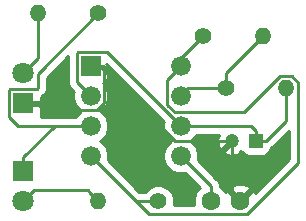
<source format=gbr>
G04 #@! TF.GenerationSoftware,KiCad,Pcbnew,(5.0.0-3-g5ebb6b6)*
G04 #@! TF.CreationDate,2018-11-04T21:38:41-05:00*
G04 #@! TF.ProjectId,555_Timer,3535355F54696D65722E6B696361645F,rev?*
G04 #@! TF.SameCoordinates,Original*
G04 #@! TF.FileFunction,Copper,L1,Top,Signal*
G04 #@! TF.FilePolarity,Positive*
%FSLAX46Y46*%
G04 Gerber Fmt 4.6, Leading zero omitted, Abs format (unit mm)*
G04 Created by KiCad (PCBNEW (5.0.0-3-g5ebb6b6)) date Sunday, November 04, 2018 at 09:38:41 PM*
%MOMM*%
%LPD*%
G01*
G04 APERTURE LIST*
G04 #@! TA.AperFunction,ComponentPad*
%ADD10R,1.200000X1.200000*%
G04 #@! TD*
G04 #@! TA.AperFunction,ComponentPad*
%ADD11C,1.200000*%
G04 #@! TD*
G04 #@! TA.AperFunction,ComponentPad*
%ADD12C,1.600000*%
G04 #@! TD*
G04 #@! TA.AperFunction,ComponentPad*
%ADD13C,1.800000*%
G04 #@! TD*
G04 #@! TA.AperFunction,ComponentPad*
%ADD14R,1.800000X1.800000*%
G04 #@! TD*
G04 #@! TA.AperFunction,ComponentPad*
%ADD15O,1.400000X1.400000*%
G04 #@! TD*
G04 #@! TA.AperFunction,ComponentPad*
%ADD16C,1.400000*%
G04 #@! TD*
G04 #@! TA.AperFunction,ComponentPad*
%ADD17R,1.676400X1.676400*%
G04 #@! TD*
G04 #@! TA.AperFunction,ComponentPad*
%ADD18C,1.676400*%
G04 #@! TD*
G04 #@! TA.AperFunction,Conductor*
%ADD19C,0.250000*%
G04 #@! TD*
G04 #@! TA.AperFunction,Conductor*
%ADD20C,0.254000*%
G04 #@! TD*
G04 APERTURE END LIST*
D10*
G04 #@! TO.P,C1,1*
G04 #@! TO.N,Net-(C1-Pad1)*
X123825000Y-54610000D03*
D11*
G04 #@! TO.P,C1,2*
G04 #@! TO.N,GND*
X121825000Y-54610000D03*
G04 #@! TD*
D12*
G04 #@! TO.P,C2,1*
G04 #@! TO.N,Net-(C2-Pad1)*
X120015000Y-59690000D03*
G04 #@! TO.P,C2,2*
G04 #@! TO.N,GND*
X122515000Y-59690000D03*
G04 #@! TD*
D13*
G04 #@! TO.P,D1,2*
G04 #@! TO.N,Net-(D1-Pad2)*
X104140000Y-59690000D03*
D14*
G04 #@! TO.P,D1,1*
G04 #@! TO.N,Net-(D1-Pad1)*
X104140000Y-57150000D03*
G04 #@! TD*
G04 #@! TO.P,D2,1*
G04 #@! TO.N,GND*
X104140000Y-51435000D03*
D13*
G04 #@! TO.P,D2,2*
G04 #@! TO.N,Net-(D2-Pad2)*
X104140000Y-48895000D03*
G04 #@! TD*
D15*
G04 #@! TO.P,R1,2*
G04 #@! TO.N,Net-(R1-Pad2)*
X124460000Y-45720000D03*
D16*
G04 #@! TO.P,R1,1*
G04 #@! TO.N,+5V*
X119380000Y-45720000D03*
G04 #@! TD*
D15*
G04 #@! TO.P,R2,2*
G04 #@! TO.N,Net-(C1-Pad1)*
X126365000Y-50165000D03*
D16*
G04 #@! TO.P,R2,1*
G04 #@! TO.N,Net-(R1-Pad2)*
X121285000Y-50165000D03*
G04 #@! TD*
G04 #@! TO.P,R3,1*
G04 #@! TO.N,+5V*
X115570000Y-59690000D03*
D15*
G04 #@! TO.P,R3,2*
G04 #@! TO.N,Net-(D1-Pad2)*
X110490000Y-59690000D03*
G04 #@! TD*
D16*
G04 #@! TO.P,R4,1*
G04 #@! TO.N,Net-(D1-Pad1)*
X110490000Y-43815000D03*
D15*
G04 #@! TO.P,R4,2*
G04 #@! TO.N,Net-(D2-Pad2)*
X105410000Y-43815000D03*
G04 #@! TD*
D17*
G04 #@! TO.P,U1,1*
G04 #@! TO.N,GND*
X109855000Y-48260000D03*
D18*
G04 #@! TO.P,U1,2*
G04 #@! TO.N,Net-(C1-Pad1)*
X109855000Y-50800000D03*
G04 #@! TO.P,U1,3*
G04 #@! TO.N,Net-(D1-Pad1)*
X109855000Y-53340000D03*
G04 #@! TO.P,U1,4*
G04 #@! TO.N,+5V*
X109855000Y-55880000D03*
G04 #@! TO.P,U1,5*
G04 #@! TO.N,Net-(C2-Pad1)*
X117475000Y-55880000D03*
G04 #@! TO.P,U1,6*
G04 #@! TO.N,Net-(C1-Pad1)*
X117475000Y-53340000D03*
G04 #@! TO.P,U1,7*
G04 #@! TO.N,Net-(R1-Pad2)*
X117475000Y-50800000D03*
G04 #@! TO.P,U1,8*
G04 #@! TO.N,+5V*
X117475000Y-48260000D03*
G04 #@! TD*
D19*
G04 #@! TO.N,Net-(C1-Pad1)*
X124675000Y-54610000D02*
X123825000Y-54610000D01*
X126365000Y-52920000D02*
X124675000Y-54610000D01*
X126365000Y-50165000D02*
X126365000Y-52920000D01*
X123405000Y-53340000D02*
X118660393Y-53340000D01*
X118660393Y-53340000D02*
X117475000Y-53340000D01*
X123825000Y-53760000D02*
X123405000Y-53340000D01*
X123825000Y-54610000D02*
X123825000Y-53760000D01*
X116636801Y-52501801D02*
X117475000Y-53340000D01*
X111231799Y-47096799D02*
X116636801Y-52501801D01*
X108756799Y-47096799D02*
X111231799Y-47096799D01*
X108691799Y-47161799D02*
X108756799Y-47096799D01*
X108691799Y-49636799D02*
X108691799Y-47161799D01*
X109855000Y-50800000D02*
X108691799Y-49636799D01*
G04 #@! TO.N,GND*
X121825000Y-59000000D02*
X122515000Y-59690000D01*
X121825000Y-54610000D02*
X121825000Y-59000000D01*
X110673462Y-48260000D02*
X109855000Y-48260000D01*
X117023462Y-54610000D02*
X110673462Y-48260000D01*
X121825000Y-54610000D02*
X117023462Y-54610000D01*
X105290000Y-51435000D02*
X104140000Y-51435000D01*
X105818201Y-51963201D02*
X105290000Y-51435000D01*
X110413337Y-51963201D02*
X105818201Y-51963201D01*
X111018201Y-51358337D02*
X110413337Y-51963201D01*
X111018201Y-48335001D02*
X111018201Y-51358337D01*
X110943200Y-48260000D02*
X111018201Y-48335001D01*
X109855000Y-48260000D02*
X110943200Y-48260000D01*
G04 #@! TO.N,Net-(C2-Pad1)*
X120015000Y-58420000D02*
X117475000Y-55880000D01*
X120015000Y-59690000D02*
X120015000Y-58420000D01*
G04 #@! TO.N,Net-(D1-Pad2)*
X109790001Y-58990001D02*
X110490000Y-59690000D01*
X109590001Y-58790001D02*
X109790001Y-58990001D01*
X105039999Y-58790001D02*
X109590001Y-58790001D01*
X104140000Y-59690000D02*
X105039999Y-58790001D01*
G04 #@! TO.N,Net-(D1-Pad1)*
X103505000Y-56515000D02*
X104140000Y-57150000D01*
X104140000Y-56000000D02*
X104140000Y-57150000D01*
X106800000Y-53340000D02*
X104140000Y-56000000D01*
X109855000Y-53340000D02*
X106800000Y-53340000D01*
X103659998Y-53340000D02*
X108669607Y-53340000D01*
X102979999Y-50209999D02*
X102914999Y-50274999D01*
X102914999Y-50274999D02*
X102914999Y-52595001D01*
X105300001Y-50209999D02*
X102979999Y-50209999D01*
X108669607Y-53340000D02*
X109855000Y-53340000D01*
X102914999Y-52595001D02*
X103659998Y-53340000D01*
X105365001Y-50144999D02*
X105300001Y-50209999D01*
X105365001Y-48939999D02*
X105365001Y-50144999D01*
X110490000Y-43815000D02*
X105365001Y-48939999D01*
G04 #@! TO.N,Net-(D2-Pad2)*
X105410000Y-47625000D02*
X104140000Y-48895000D01*
X105410000Y-43815000D02*
X105410000Y-47625000D01*
G04 #@! TO.N,Net-(R1-Pad2)*
X121285000Y-48895000D02*
X121285000Y-50165000D01*
X124460000Y-45720000D02*
X121285000Y-48895000D01*
X118110000Y-50165000D02*
X117475000Y-50800000D01*
X121285000Y-50165000D02*
X118110000Y-50165000D01*
G04 #@! TO.N,+5V*
X117475000Y-47625000D02*
X117475000Y-48260000D01*
X119380000Y-45720000D02*
X117475000Y-47625000D01*
X113665000Y-59690000D02*
X115570000Y-59690000D01*
X109855000Y-55880000D02*
X113665000Y-59690000D01*
X116636801Y-49098199D02*
X117475000Y-48260000D01*
X116311799Y-49423201D02*
X116636801Y-49098199D01*
X116311799Y-51540389D02*
X116311799Y-49423201D01*
X116948209Y-52176799D02*
X116311799Y-51540389D01*
X122836199Y-52176799D02*
X116948209Y-52176799D01*
X125872999Y-49139999D02*
X122836199Y-52176799D01*
X126857001Y-49139999D02*
X125872999Y-49139999D01*
X127390001Y-56480001D02*
X127390001Y-49672999D01*
X127390001Y-49672999D02*
X126857001Y-49139999D01*
X123055001Y-60815001D02*
X127390001Y-56480001D01*
X114790001Y-60815001D02*
X123055001Y-60815001D01*
X109855000Y-55880000D02*
X114790001Y-60815001D01*
G04 #@! TD*
D20*
G04 #@! TO.N,GND*
G36*
X116032659Y-52972461D02*
X116001800Y-53046962D01*
X116001800Y-53633038D01*
X116226081Y-54174501D01*
X116640499Y-54588919D01*
X116691393Y-54610000D01*
X116640499Y-54631081D01*
X116226081Y-55045499D01*
X116001800Y-55586962D01*
X116001800Y-56173038D01*
X116226081Y-56714501D01*
X116640499Y-57128919D01*
X117181962Y-57353200D01*
X117768038Y-57353200D01*
X117842539Y-57322341D01*
X119097901Y-58577703D01*
X118798466Y-58877138D01*
X118580000Y-59404561D01*
X118580000Y-59975439D01*
X118612956Y-60055001D01*
X116863805Y-60055001D01*
X116905000Y-59955548D01*
X116905000Y-59424452D01*
X116701758Y-58933783D01*
X116326217Y-58558242D01*
X115835548Y-58355000D01*
X115304452Y-58355000D01*
X114813783Y-58558242D01*
X114442025Y-58930000D01*
X113979802Y-58930000D01*
X111297341Y-56247539D01*
X111328200Y-56173038D01*
X111328200Y-55586962D01*
X111103919Y-55045499D01*
X110689501Y-54631081D01*
X110638607Y-54610000D01*
X110689501Y-54588919D01*
X111103919Y-54174501D01*
X111328200Y-53633038D01*
X111328200Y-53046962D01*
X111103919Y-52505499D01*
X110689501Y-52091081D01*
X110638607Y-52070000D01*
X110689501Y-52048919D01*
X111103919Y-51634501D01*
X111328200Y-51093038D01*
X111328200Y-50506962D01*
X111103919Y-49965499D01*
X110856357Y-49717937D01*
X111052898Y-49636527D01*
X111231527Y-49457899D01*
X111328200Y-49224510D01*
X111328200Y-48545750D01*
X111169452Y-48387002D01*
X111328200Y-48387002D01*
X111328200Y-48268002D01*
X116032659Y-52972461D01*
X116032659Y-52972461D01*
G37*
X116032659Y-52972461D02*
X116001800Y-53046962D01*
X116001800Y-53633038D01*
X116226081Y-54174501D01*
X116640499Y-54588919D01*
X116691393Y-54610000D01*
X116640499Y-54631081D01*
X116226081Y-55045499D01*
X116001800Y-55586962D01*
X116001800Y-56173038D01*
X116226081Y-56714501D01*
X116640499Y-57128919D01*
X117181962Y-57353200D01*
X117768038Y-57353200D01*
X117842539Y-57322341D01*
X119097901Y-58577703D01*
X118798466Y-58877138D01*
X118580000Y-59404561D01*
X118580000Y-59975439D01*
X118612956Y-60055001D01*
X116863805Y-60055001D01*
X116905000Y-59955548D01*
X116905000Y-59424452D01*
X116701758Y-58933783D01*
X116326217Y-58558242D01*
X115835548Y-58355000D01*
X115304452Y-58355000D01*
X114813783Y-58558242D01*
X114442025Y-58930000D01*
X113979802Y-58930000D01*
X111297341Y-56247539D01*
X111328200Y-56173038D01*
X111328200Y-55586962D01*
X111103919Y-55045499D01*
X110689501Y-54631081D01*
X110638607Y-54610000D01*
X110689501Y-54588919D01*
X111103919Y-54174501D01*
X111328200Y-53633038D01*
X111328200Y-53046962D01*
X111103919Y-52505499D01*
X110689501Y-52091081D01*
X110638607Y-52070000D01*
X110689501Y-52048919D01*
X111103919Y-51634501D01*
X111328200Y-51093038D01*
X111328200Y-50506962D01*
X111103919Y-49965499D01*
X110856357Y-49717937D01*
X111052898Y-49636527D01*
X111231527Y-49457899D01*
X111328200Y-49224510D01*
X111328200Y-48545750D01*
X111169452Y-48387002D01*
X111328200Y-48387002D01*
X111328200Y-48268002D01*
X116032659Y-52972461D01*
G36*
X126630001Y-56165199D02*
X123795325Y-58999876D01*
X123768864Y-58935995D01*
X123522745Y-58861861D01*
X122694605Y-59690000D01*
X122708748Y-59704143D01*
X122529143Y-59883748D01*
X122515000Y-59869605D01*
X122500858Y-59883748D01*
X122321253Y-59704143D01*
X122335395Y-59690000D01*
X121507255Y-58861861D01*
X121261136Y-58935995D01*
X121258710Y-58942746D01*
X121231534Y-58877138D01*
X121036651Y-58682255D01*
X121686861Y-58682255D01*
X122515000Y-59510395D01*
X123343139Y-58682255D01*
X123269005Y-58436136D01*
X122731777Y-58243035D01*
X122161546Y-58270222D01*
X121760995Y-58436136D01*
X121686861Y-58682255D01*
X121036651Y-58682255D01*
X120827862Y-58473466D01*
X120782953Y-58454864D01*
X120789888Y-58419999D01*
X120775000Y-58345152D01*
X120775000Y-58345148D01*
X120730904Y-58123463D01*
X120658507Y-58015113D01*
X120605329Y-57935526D01*
X120605327Y-57935524D01*
X120562929Y-57872071D01*
X120499476Y-57829673D01*
X118917341Y-56247539D01*
X118948200Y-56173038D01*
X118948200Y-55586962D01*
X118723919Y-55045499D01*
X118309501Y-54631081D01*
X118258607Y-54610000D01*
X118309501Y-54588919D01*
X118723919Y-54174501D01*
X118754778Y-54100000D01*
X120694364Y-54100000D01*
X120577193Y-54441036D01*
X120607518Y-54931413D01*
X120736836Y-55243617D01*
X120962265Y-55293130D01*
X121645395Y-54610000D01*
X121631253Y-54595858D01*
X121810858Y-54416253D01*
X121825000Y-54430395D01*
X121839143Y-54416253D01*
X122018748Y-54595858D01*
X122004605Y-54610000D01*
X122018748Y-54624143D01*
X121839143Y-54803748D01*
X121825000Y-54789605D01*
X121141870Y-55472735D01*
X121191383Y-55698164D01*
X121656036Y-55857807D01*
X122146413Y-55827482D01*
X122458617Y-55698164D01*
X122508129Y-55472737D01*
X122623822Y-55588430D01*
X122677970Y-55534282D01*
X122767191Y-55667809D01*
X122977235Y-55808157D01*
X123225000Y-55857440D01*
X124425000Y-55857440D01*
X124672765Y-55808157D01*
X124882809Y-55667809D01*
X125023157Y-55457765D01*
X125061318Y-55265914D01*
X125222929Y-55157929D01*
X125265331Y-55094470D01*
X126630001Y-53729800D01*
X126630001Y-56165199D01*
X126630001Y-56165199D01*
G37*
X126630001Y-56165199D02*
X123795325Y-58999876D01*
X123768864Y-58935995D01*
X123522745Y-58861861D01*
X122694605Y-59690000D01*
X122708748Y-59704143D01*
X122529143Y-59883748D01*
X122515000Y-59869605D01*
X122500858Y-59883748D01*
X122321253Y-59704143D01*
X122335395Y-59690000D01*
X121507255Y-58861861D01*
X121261136Y-58935995D01*
X121258710Y-58942746D01*
X121231534Y-58877138D01*
X121036651Y-58682255D01*
X121686861Y-58682255D01*
X122515000Y-59510395D01*
X123343139Y-58682255D01*
X123269005Y-58436136D01*
X122731777Y-58243035D01*
X122161546Y-58270222D01*
X121760995Y-58436136D01*
X121686861Y-58682255D01*
X121036651Y-58682255D01*
X120827862Y-58473466D01*
X120782953Y-58454864D01*
X120789888Y-58419999D01*
X120775000Y-58345152D01*
X120775000Y-58345148D01*
X120730904Y-58123463D01*
X120658507Y-58015113D01*
X120605329Y-57935526D01*
X120605327Y-57935524D01*
X120562929Y-57872071D01*
X120499476Y-57829673D01*
X118917341Y-56247539D01*
X118948200Y-56173038D01*
X118948200Y-55586962D01*
X118723919Y-55045499D01*
X118309501Y-54631081D01*
X118258607Y-54610000D01*
X118309501Y-54588919D01*
X118723919Y-54174501D01*
X118754778Y-54100000D01*
X120694364Y-54100000D01*
X120577193Y-54441036D01*
X120607518Y-54931413D01*
X120736836Y-55243617D01*
X120962265Y-55293130D01*
X121645395Y-54610000D01*
X121631253Y-54595858D01*
X121810858Y-54416253D01*
X121825000Y-54430395D01*
X121839143Y-54416253D01*
X122018748Y-54595858D01*
X122004605Y-54610000D01*
X122018748Y-54624143D01*
X121839143Y-54803748D01*
X121825000Y-54789605D01*
X121141870Y-55472735D01*
X121191383Y-55698164D01*
X121656036Y-55857807D01*
X122146413Y-55827482D01*
X122458617Y-55698164D01*
X122508129Y-55472737D01*
X122623822Y-55588430D01*
X122677970Y-55534282D01*
X122767191Y-55667809D01*
X122977235Y-55808157D01*
X123225000Y-55857440D01*
X124425000Y-55857440D01*
X124672765Y-55808157D01*
X124882809Y-55667809D01*
X125023157Y-55457765D01*
X125061318Y-55265914D01*
X125222929Y-55157929D01*
X125265331Y-55094470D01*
X126630001Y-53729800D01*
X126630001Y-56165199D01*
G36*
X107931799Y-49561952D02*
X107916911Y-49636799D01*
X107931799Y-49711646D01*
X107931799Y-49711650D01*
X107975895Y-49933335D01*
X108143870Y-50184728D01*
X108207329Y-50227130D01*
X108412659Y-50432461D01*
X108381800Y-50506962D01*
X108381800Y-51093038D01*
X108606081Y-51634501D01*
X109020499Y-52048919D01*
X109071393Y-52070000D01*
X109020499Y-52091081D01*
X108606081Y-52505499D01*
X108575222Y-52580000D01*
X106874846Y-52580000D01*
X106799999Y-52565112D01*
X106725152Y-52580000D01*
X105625837Y-52580000D01*
X105675000Y-52461309D01*
X105675000Y-51720750D01*
X105516250Y-51562000D01*
X104267000Y-51562000D01*
X104267000Y-51582000D01*
X104013000Y-51582000D01*
X104013000Y-51562000D01*
X103993000Y-51562000D01*
X103993000Y-51308000D01*
X104013000Y-51308000D01*
X104013000Y-51288000D01*
X104267000Y-51288000D01*
X104267000Y-51308000D01*
X105516250Y-51308000D01*
X105675000Y-51149250D01*
X105675000Y-50873476D01*
X105847930Y-50757928D01*
X105873965Y-50718963D01*
X105912930Y-50692928D01*
X106080905Y-50441536D01*
X106125001Y-50219851D01*
X106125001Y-50219846D01*
X106139889Y-50144999D01*
X106125001Y-50070152D01*
X106125001Y-49254800D01*
X107931800Y-47448002D01*
X107931799Y-49561952D01*
X107931799Y-49561952D01*
G37*
X107931799Y-49561952D02*
X107916911Y-49636799D01*
X107931799Y-49711646D01*
X107931799Y-49711650D01*
X107975895Y-49933335D01*
X108143870Y-50184728D01*
X108207329Y-50227130D01*
X108412659Y-50432461D01*
X108381800Y-50506962D01*
X108381800Y-51093038D01*
X108606081Y-51634501D01*
X109020499Y-52048919D01*
X109071393Y-52070000D01*
X109020499Y-52091081D01*
X108606081Y-52505499D01*
X108575222Y-52580000D01*
X106874846Y-52580000D01*
X106799999Y-52565112D01*
X106725152Y-52580000D01*
X105625837Y-52580000D01*
X105675000Y-52461309D01*
X105675000Y-51720750D01*
X105516250Y-51562000D01*
X104267000Y-51562000D01*
X104267000Y-51582000D01*
X104013000Y-51582000D01*
X104013000Y-51562000D01*
X103993000Y-51562000D01*
X103993000Y-51308000D01*
X104013000Y-51308000D01*
X104013000Y-51288000D01*
X104267000Y-51288000D01*
X104267000Y-51308000D01*
X105516250Y-51308000D01*
X105675000Y-51149250D01*
X105675000Y-50873476D01*
X105847930Y-50757928D01*
X105873965Y-50718963D01*
X105912930Y-50692928D01*
X106080905Y-50441536D01*
X106125001Y-50219851D01*
X106125001Y-50219846D01*
X106139889Y-50144999D01*
X106125001Y-50070152D01*
X106125001Y-49254800D01*
X107931800Y-47448002D01*
X107931799Y-49561952D01*
G36*
X109982000Y-48133000D02*
X110002000Y-48133000D01*
X110002000Y-48387000D01*
X109982000Y-48387000D01*
X109982000Y-48407000D01*
X109728000Y-48407000D01*
X109728000Y-48387000D01*
X109708000Y-48387000D01*
X109708000Y-48133000D01*
X109728000Y-48133000D01*
X109728000Y-48113000D01*
X109982000Y-48113000D01*
X109982000Y-48133000D01*
X109982000Y-48133000D01*
G37*
X109982000Y-48133000D02*
X110002000Y-48133000D01*
X110002000Y-48387000D01*
X109982000Y-48387000D01*
X109982000Y-48407000D01*
X109728000Y-48407000D01*
X109728000Y-48387000D01*
X109708000Y-48387000D01*
X109708000Y-48133000D01*
X109728000Y-48133000D01*
X109728000Y-48113000D01*
X109982000Y-48113000D01*
X109982000Y-48133000D01*
G36*
X111193196Y-48132998D02*
X111169452Y-48132998D01*
X111181324Y-48121126D01*
X111193196Y-48132998D01*
X111193196Y-48132998D01*
G37*
X111193196Y-48132998D02*
X111169452Y-48132998D01*
X111181324Y-48121126D01*
X111193196Y-48132998D01*
G04 #@! TD*
M02*

</source>
